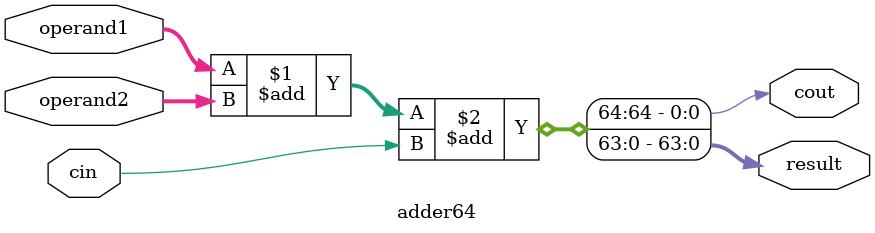
<source format=v>
`timescale 1ns / 1ps


module adder64(
    input  [63:0] operand1,
    input  [63:0] operand2,
    input         cin,
    output [63:0] result,
    output        cout
    );
    assign {cout,result} = operand1 + operand2 + cin;
endmodule

</source>
